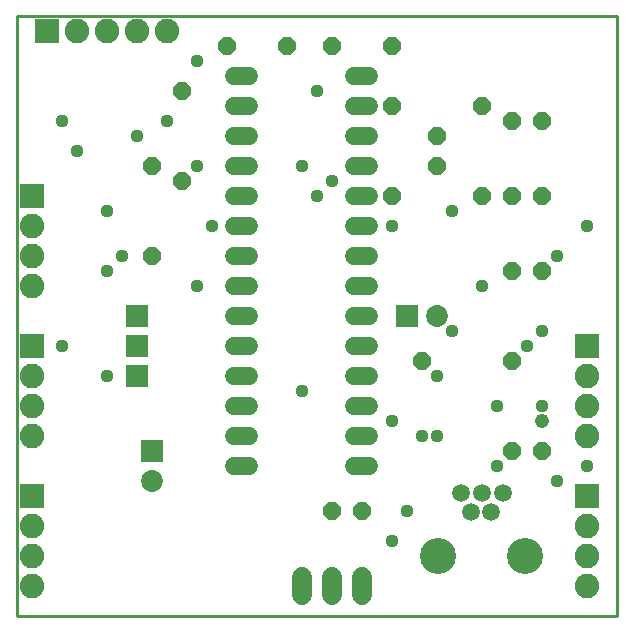
<source format=gbs>
G75*
G70*
%OFA0B0*%
%FSLAX24Y24*%
%IPPOS*%
%LPD*%
%AMOC8*
5,1,8,0,0,1.08239X$1,22.5*
%
%ADD10C,0.0100*%
%ADD11C,0.0600*%
%ADD12OC8,0.0600*%
%ADD13R,0.0730X0.0730*%
%ADD14R,0.0730X0.0730*%
%ADD15C,0.0730*%
%ADD16C,0.0680*%
%ADD17C,0.0595*%
%ADD18C,0.1202*%
%ADD19R,0.0820X0.0820*%
%ADD20C,0.0820*%
%ADD21C,0.0437*%
%ADD22C,0.0476*%
D10*
X000151Y000151D02*
X000151Y020151D01*
X020151Y020151D01*
X020151Y000151D01*
X000151Y000151D01*
D11*
X007391Y005151D02*
X007911Y005151D01*
X007911Y006151D02*
X007391Y006151D01*
X007391Y007151D02*
X007911Y007151D01*
X007911Y008151D02*
X007391Y008151D01*
X007391Y009151D02*
X007911Y009151D01*
X007911Y010151D02*
X007391Y010151D01*
X007391Y011151D02*
X007911Y011151D01*
X007911Y012151D02*
X007391Y012151D01*
X007391Y013151D02*
X007911Y013151D01*
X007911Y014151D02*
X007391Y014151D01*
X007391Y015151D02*
X007911Y015151D01*
X007911Y016151D02*
X007391Y016151D01*
X007391Y017151D02*
X007911Y017151D01*
X007911Y018151D02*
X007391Y018151D01*
X011391Y018151D02*
X011911Y018151D01*
X011911Y017151D02*
X011391Y017151D01*
X011391Y016151D02*
X011911Y016151D01*
X011911Y015151D02*
X011391Y015151D01*
X011391Y014151D02*
X011911Y014151D01*
X011911Y013151D02*
X011391Y013151D01*
X011391Y012151D02*
X011911Y012151D01*
X011911Y011151D02*
X011391Y011151D01*
X011391Y010151D02*
X011911Y010151D01*
X011911Y009151D02*
X011391Y009151D01*
X011391Y008151D02*
X011911Y008151D01*
X011911Y007151D02*
X011391Y007151D01*
X011391Y006151D02*
X011911Y006151D01*
X011911Y005151D02*
X011391Y005151D01*
D12*
X011651Y003651D03*
X010651Y003651D03*
X013651Y008651D03*
X016651Y008651D03*
X016651Y011651D03*
X017651Y011651D03*
X017651Y014151D03*
X016651Y014151D03*
X015651Y014151D03*
X014151Y015151D03*
X014151Y016151D03*
X012651Y017151D03*
X012651Y019151D03*
X010651Y019151D03*
X009151Y019151D03*
X007151Y019151D03*
X005651Y017651D03*
X004651Y015151D03*
X005651Y014651D03*
X004651Y012151D03*
X012651Y014151D03*
X015651Y017151D03*
X016651Y016651D03*
X017651Y016651D03*
X017651Y005651D03*
X016651Y005651D03*
D13*
X004151Y008151D03*
X004151Y009151D03*
X004151Y010151D03*
D14*
X004651Y005651D03*
X013151Y010151D03*
D15*
X014151Y010151D03*
X004651Y004651D03*
D16*
X009651Y001451D02*
X009651Y000851D01*
X010651Y000851D02*
X010651Y001451D01*
X011651Y001451D02*
X011651Y000851D01*
D17*
X014981Y004251D03*
X015291Y003631D03*
X015981Y003631D03*
X015651Y004251D03*
X016351Y004251D03*
D18*
X017088Y002151D03*
X014214Y002151D03*
D19*
X019151Y004151D03*
X019151Y009151D03*
X001151Y019651D03*
X000651Y014151D03*
X000651Y009151D03*
X000651Y004151D03*
D20*
X000651Y003151D03*
X000651Y002151D03*
X000651Y001151D03*
X000651Y006151D03*
X000651Y007151D03*
X000651Y008151D03*
X000651Y011151D03*
X000651Y012151D03*
X000651Y013151D03*
X002151Y019651D03*
X003151Y019651D03*
X004151Y019651D03*
X005151Y019651D03*
X019151Y008151D03*
X019151Y007151D03*
X019151Y006151D03*
X019151Y003151D03*
X019151Y002151D03*
X019151Y001151D03*
D21*
X018151Y004651D03*
X019151Y005151D03*
X017651Y007151D03*
X016151Y007151D03*
X016151Y005151D03*
X014151Y006151D03*
X013651Y006151D03*
X012651Y006651D03*
X014151Y008151D03*
X014651Y009651D03*
X015651Y011151D03*
X017651Y009651D03*
X017151Y009151D03*
X018151Y012151D03*
X019151Y013151D03*
X014651Y013651D03*
X012651Y013151D03*
X010651Y014651D03*
X010151Y014151D03*
X009651Y015151D03*
X010151Y017651D03*
X006151Y018651D03*
X005151Y016651D03*
X004151Y016151D03*
X002151Y015651D03*
X001651Y016651D03*
X003151Y013651D03*
X003651Y012151D03*
X003151Y011651D03*
X001651Y009151D03*
X003151Y008151D03*
X006151Y011151D03*
X006651Y013151D03*
X006151Y015151D03*
X009651Y007651D03*
X013151Y003651D03*
X012651Y002651D03*
D22*
X017651Y006651D03*
M02*

</source>
